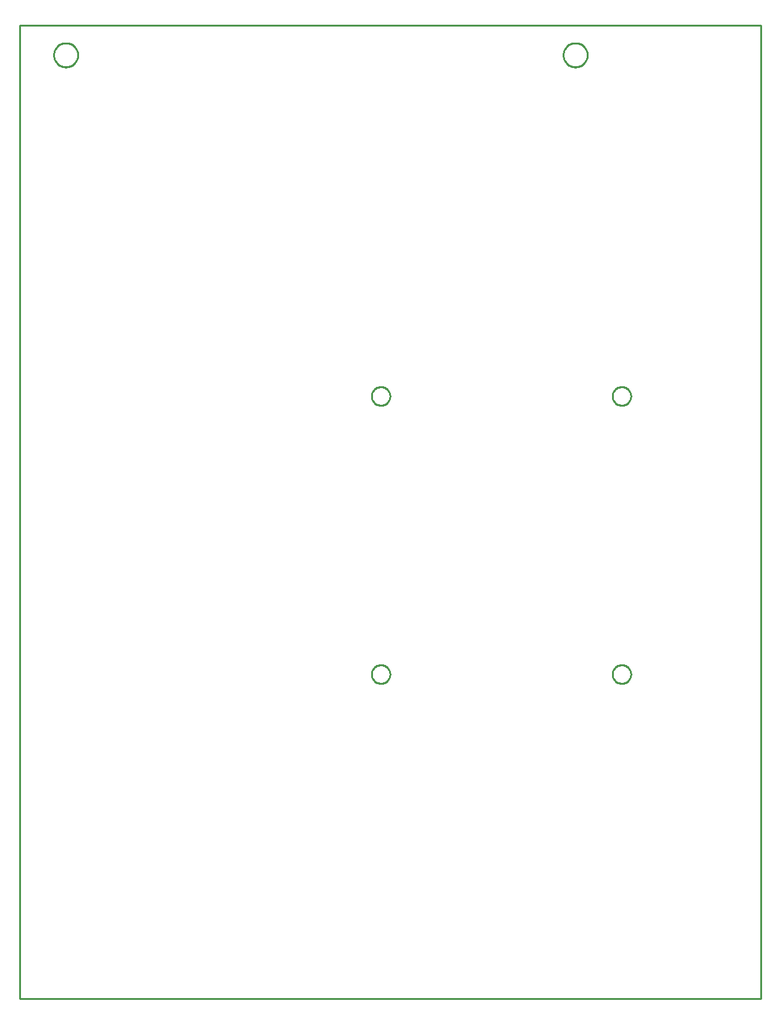
<source format=gko>
G04 EAGLE Gerber RS-274X export*
G75*
%MOMM*%
%FSLAX34Y34*%
%LPD*%
%INBoard Outline*%
%IPPOS*%
%AMOC8*
5,1,8,0,0,1.08239X$1,22.5*%
G01*
%ADD10C,0.000000*%
%ADD11C,0.254000*%


D10*
X723900Y1282700D02*
X723900Y-50800D01*
X1739900Y-50800D01*
X1739900Y1282700D01*
X723900Y1282700D01*
X770890Y1242060D02*
X770895Y1242465D01*
X770910Y1242870D01*
X770935Y1243275D01*
X770970Y1243678D01*
X771014Y1244081D01*
X771069Y1244483D01*
X771133Y1244883D01*
X771207Y1245281D01*
X771291Y1245677D01*
X771385Y1246072D01*
X771488Y1246463D01*
X771601Y1246853D01*
X771723Y1247239D01*
X771855Y1247622D01*
X771996Y1248002D01*
X772147Y1248378D01*
X772306Y1248751D01*
X772475Y1249119D01*
X772653Y1249483D01*
X772839Y1249843D01*
X773035Y1250198D01*
X773239Y1250548D01*
X773451Y1250893D01*
X773672Y1251232D01*
X773902Y1251567D01*
X774139Y1251895D01*
X774384Y1252217D01*
X774638Y1252534D01*
X774898Y1252844D01*
X775167Y1253147D01*
X775443Y1253444D01*
X775726Y1253734D01*
X776016Y1254017D01*
X776313Y1254293D01*
X776616Y1254562D01*
X776926Y1254822D01*
X777243Y1255076D01*
X777565Y1255321D01*
X777893Y1255558D01*
X778228Y1255788D01*
X778567Y1256009D01*
X778912Y1256221D01*
X779262Y1256425D01*
X779617Y1256621D01*
X779977Y1256807D01*
X780341Y1256985D01*
X780709Y1257154D01*
X781082Y1257313D01*
X781458Y1257464D01*
X781838Y1257605D01*
X782221Y1257737D01*
X782607Y1257859D01*
X782997Y1257972D01*
X783388Y1258075D01*
X783783Y1258169D01*
X784179Y1258253D01*
X784577Y1258327D01*
X784977Y1258391D01*
X785379Y1258446D01*
X785782Y1258490D01*
X786185Y1258525D01*
X786590Y1258550D01*
X786995Y1258565D01*
X787400Y1258570D01*
X787805Y1258565D01*
X788210Y1258550D01*
X788615Y1258525D01*
X789018Y1258490D01*
X789421Y1258446D01*
X789823Y1258391D01*
X790223Y1258327D01*
X790621Y1258253D01*
X791017Y1258169D01*
X791412Y1258075D01*
X791803Y1257972D01*
X792193Y1257859D01*
X792579Y1257737D01*
X792962Y1257605D01*
X793342Y1257464D01*
X793718Y1257313D01*
X794091Y1257154D01*
X794459Y1256985D01*
X794823Y1256807D01*
X795183Y1256621D01*
X795538Y1256425D01*
X795888Y1256221D01*
X796233Y1256009D01*
X796572Y1255788D01*
X796907Y1255558D01*
X797235Y1255321D01*
X797557Y1255076D01*
X797874Y1254822D01*
X798184Y1254562D01*
X798487Y1254293D01*
X798784Y1254017D01*
X799074Y1253734D01*
X799357Y1253444D01*
X799633Y1253147D01*
X799902Y1252844D01*
X800162Y1252534D01*
X800416Y1252217D01*
X800661Y1251895D01*
X800898Y1251567D01*
X801128Y1251232D01*
X801349Y1250893D01*
X801561Y1250548D01*
X801765Y1250198D01*
X801961Y1249843D01*
X802147Y1249483D01*
X802325Y1249119D01*
X802494Y1248751D01*
X802653Y1248378D01*
X802804Y1248002D01*
X802945Y1247622D01*
X803077Y1247239D01*
X803199Y1246853D01*
X803312Y1246463D01*
X803415Y1246072D01*
X803509Y1245677D01*
X803593Y1245281D01*
X803667Y1244883D01*
X803731Y1244483D01*
X803786Y1244081D01*
X803830Y1243678D01*
X803865Y1243275D01*
X803890Y1242870D01*
X803905Y1242465D01*
X803910Y1242060D01*
X803905Y1241655D01*
X803890Y1241250D01*
X803865Y1240845D01*
X803830Y1240442D01*
X803786Y1240039D01*
X803731Y1239637D01*
X803667Y1239237D01*
X803593Y1238839D01*
X803509Y1238443D01*
X803415Y1238048D01*
X803312Y1237657D01*
X803199Y1237267D01*
X803077Y1236881D01*
X802945Y1236498D01*
X802804Y1236118D01*
X802653Y1235742D01*
X802494Y1235369D01*
X802325Y1235001D01*
X802147Y1234637D01*
X801961Y1234277D01*
X801765Y1233922D01*
X801561Y1233572D01*
X801349Y1233227D01*
X801128Y1232888D01*
X800898Y1232553D01*
X800661Y1232225D01*
X800416Y1231903D01*
X800162Y1231586D01*
X799902Y1231276D01*
X799633Y1230973D01*
X799357Y1230676D01*
X799074Y1230386D01*
X798784Y1230103D01*
X798487Y1229827D01*
X798184Y1229558D01*
X797874Y1229298D01*
X797557Y1229044D01*
X797235Y1228799D01*
X796907Y1228562D01*
X796572Y1228332D01*
X796233Y1228111D01*
X795888Y1227899D01*
X795538Y1227695D01*
X795183Y1227499D01*
X794823Y1227313D01*
X794459Y1227135D01*
X794091Y1226966D01*
X793718Y1226807D01*
X793342Y1226656D01*
X792962Y1226515D01*
X792579Y1226383D01*
X792193Y1226261D01*
X791803Y1226148D01*
X791412Y1226045D01*
X791017Y1225951D01*
X790621Y1225867D01*
X790223Y1225793D01*
X789823Y1225729D01*
X789421Y1225674D01*
X789018Y1225630D01*
X788615Y1225595D01*
X788210Y1225570D01*
X787805Y1225555D01*
X787400Y1225550D01*
X786995Y1225555D01*
X786590Y1225570D01*
X786185Y1225595D01*
X785782Y1225630D01*
X785379Y1225674D01*
X784977Y1225729D01*
X784577Y1225793D01*
X784179Y1225867D01*
X783783Y1225951D01*
X783388Y1226045D01*
X782997Y1226148D01*
X782607Y1226261D01*
X782221Y1226383D01*
X781838Y1226515D01*
X781458Y1226656D01*
X781082Y1226807D01*
X780709Y1226966D01*
X780341Y1227135D01*
X779977Y1227313D01*
X779617Y1227499D01*
X779262Y1227695D01*
X778912Y1227899D01*
X778567Y1228111D01*
X778228Y1228332D01*
X777893Y1228562D01*
X777565Y1228799D01*
X777243Y1229044D01*
X776926Y1229298D01*
X776616Y1229558D01*
X776313Y1229827D01*
X776016Y1230103D01*
X775726Y1230386D01*
X775443Y1230676D01*
X775167Y1230973D01*
X774898Y1231276D01*
X774638Y1231586D01*
X774384Y1231903D01*
X774139Y1232225D01*
X773902Y1232553D01*
X773672Y1232888D01*
X773451Y1233227D01*
X773239Y1233572D01*
X773035Y1233922D01*
X772839Y1234277D01*
X772653Y1234637D01*
X772475Y1235001D01*
X772306Y1235369D01*
X772147Y1235742D01*
X771996Y1236118D01*
X771855Y1236498D01*
X771723Y1236881D01*
X771601Y1237267D01*
X771488Y1237657D01*
X771385Y1238048D01*
X771291Y1238443D01*
X771207Y1238839D01*
X771133Y1239237D01*
X771069Y1239637D01*
X771014Y1240039D01*
X770970Y1240442D01*
X770935Y1240845D01*
X770910Y1241250D01*
X770895Y1241655D01*
X770890Y1242060D01*
X1206500Y774700D02*
X1206504Y775012D01*
X1206515Y775323D01*
X1206534Y775634D01*
X1206561Y775945D01*
X1206596Y776255D01*
X1206637Y776563D01*
X1206687Y776871D01*
X1206744Y777178D01*
X1206809Y777483D01*
X1206881Y777786D01*
X1206960Y778087D01*
X1207047Y778387D01*
X1207141Y778684D01*
X1207242Y778979D01*
X1207351Y779271D01*
X1207467Y779560D01*
X1207590Y779847D01*
X1207719Y780130D01*
X1207856Y780410D01*
X1208000Y780687D01*
X1208150Y780960D01*
X1208307Y781229D01*
X1208470Y781494D01*
X1208640Y781756D01*
X1208817Y782013D01*
X1208999Y782265D01*
X1209188Y782513D01*
X1209383Y782757D01*
X1209583Y782995D01*
X1209790Y783229D01*
X1210002Y783457D01*
X1210220Y783680D01*
X1210443Y783898D01*
X1210671Y784110D01*
X1210905Y784317D01*
X1211143Y784517D01*
X1211387Y784712D01*
X1211635Y784901D01*
X1211887Y785083D01*
X1212144Y785260D01*
X1212406Y785430D01*
X1212671Y785593D01*
X1212940Y785750D01*
X1213213Y785900D01*
X1213490Y786044D01*
X1213770Y786181D01*
X1214053Y786310D01*
X1214340Y786433D01*
X1214629Y786549D01*
X1214921Y786658D01*
X1215216Y786759D01*
X1215513Y786853D01*
X1215813Y786940D01*
X1216114Y787019D01*
X1216417Y787091D01*
X1216722Y787156D01*
X1217029Y787213D01*
X1217337Y787263D01*
X1217645Y787304D01*
X1217955Y787339D01*
X1218266Y787366D01*
X1218577Y787385D01*
X1218888Y787396D01*
X1219200Y787400D01*
X1219512Y787396D01*
X1219823Y787385D01*
X1220134Y787366D01*
X1220445Y787339D01*
X1220755Y787304D01*
X1221063Y787263D01*
X1221371Y787213D01*
X1221678Y787156D01*
X1221983Y787091D01*
X1222286Y787019D01*
X1222587Y786940D01*
X1222887Y786853D01*
X1223184Y786759D01*
X1223479Y786658D01*
X1223771Y786549D01*
X1224060Y786433D01*
X1224347Y786310D01*
X1224630Y786181D01*
X1224910Y786044D01*
X1225187Y785900D01*
X1225460Y785750D01*
X1225729Y785593D01*
X1225994Y785430D01*
X1226256Y785260D01*
X1226513Y785083D01*
X1226765Y784901D01*
X1227013Y784712D01*
X1227257Y784517D01*
X1227495Y784317D01*
X1227729Y784110D01*
X1227957Y783898D01*
X1228180Y783680D01*
X1228398Y783457D01*
X1228610Y783229D01*
X1228817Y782995D01*
X1229017Y782757D01*
X1229212Y782513D01*
X1229401Y782265D01*
X1229583Y782013D01*
X1229760Y781756D01*
X1229930Y781494D01*
X1230093Y781229D01*
X1230250Y780960D01*
X1230400Y780687D01*
X1230544Y780410D01*
X1230681Y780130D01*
X1230810Y779847D01*
X1230933Y779560D01*
X1231049Y779271D01*
X1231158Y778979D01*
X1231259Y778684D01*
X1231353Y778387D01*
X1231440Y778087D01*
X1231519Y777786D01*
X1231591Y777483D01*
X1231656Y777178D01*
X1231713Y776871D01*
X1231763Y776563D01*
X1231804Y776255D01*
X1231839Y775945D01*
X1231866Y775634D01*
X1231885Y775323D01*
X1231896Y775012D01*
X1231900Y774700D01*
X1231896Y774388D01*
X1231885Y774077D01*
X1231866Y773766D01*
X1231839Y773455D01*
X1231804Y773145D01*
X1231763Y772837D01*
X1231713Y772529D01*
X1231656Y772222D01*
X1231591Y771917D01*
X1231519Y771614D01*
X1231440Y771313D01*
X1231353Y771013D01*
X1231259Y770716D01*
X1231158Y770421D01*
X1231049Y770129D01*
X1230933Y769840D01*
X1230810Y769553D01*
X1230681Y769270D01*
X1230544Y768990D01*
X1230400Y768713D01*
X1230250Y768440D01*
X1230093Y768171D01*
X1229930Y767906D01*
X1229760Y767644D01*
X1229583Y767387D01*
X1229401Y767135D01*
X1229212Y766887D01*
X1229017Y766643D01*
X1228817Y766405D01*
X1228610Y766171D01*
X1228398Y765943D01*
X1228180Y765720D01*
X1227957Y765502D01*
X1227729Y765290D01*
X1227495Y765083D01*
X1227257Y764883D01*
X1227013Y764688D01*
X1226765Y764499D01*
X1226513Y764317D01*
X1226256Y764140D01*
X1225994Y763970D01*
X1225729Y763807D01*
X1225460Y763650D01*
X1225187Y763500D01*
X1224910Y763356D01*
X1224630Y763219D01*
X1224347Y763090D01*
X1224060Y762967D01*
X1223771Y762851D01*
X1223479Y762742D01*
X1223184Y762641D01*
X1222887Y762547D01*
X1222587Y762460D01*
X1222286Y762381D01*
X1221983Y762309D01*
X1221678Y762244D01*
X1221371Y762187D01*
X1221063Y762137D01*
X1220755Y762096D01*
X1220445Y762061D01*
X1220134Y762034D01*
X1219823Y762015D01*
X1219512Y762004D01*
X1219200Y762000D01*
X1218888Y762004D01*
X1218577Y762015D01*
X1218266Y762034D01*
X1217955Y762061D01*
X1217645Y762096D01*
X1217337Y762137D01*
X1217029Y762187D01*
X1216722Y762244D01*
X1216417Y762309D01*
X1216114Y762381D01*
X1215813Y762460D01*
X1215513Y762547D01*
X1215216Y762641D01*
X1214921Y762742D01*
X1214629Y762851D01*
X1214340Y762967D01*
X1214053Y763090D01*
X1213770Y763219D01*
X1213490Y763356D01*
X1213213Y763500D01*
X1212940Y763650D01*
X1212671Y763807D01*
X1212406Y763970D01*
X1212144Y764140D01*
X1211887Y764317D01*
X1211635Y764499D01*
X1211387Y764688D01*
X1211143Y764883D01*
X1210905Y765083D01*
X1210671Y765290D01*
X1210443Y765502D01*
X1210220Y765720D01*
X1210002Y765943D01*
X1209790Y766171D01*
X1209583Y766405D01*
X1209383Y766643D01*
X1209188Y766887D01*
X1208999Y767135D01*
X1208817Y767387D01*
X1208640Y767644D01*
X1208470Y767906D01*
X1208307Y768171D01*
X1208150Y768440D01*
X1208000Y768713D01*
X1207856Y768990D01*
X1207719Y769270D01*
X1207590Y769553D01*
X1207467Y769840D01*
X1207351Y770129D01*
X1207242Y770421D01*
X1207141Y770716D01*
X1207047Y771013D01*
X1206960Y771313D01*
X1206881Y771614D01*
X1206809Y771917D01*
X1206744Y772222D01*
X1206687Y772529D01*
X1206637Y772837D01*
X1206596Y773145D01*
X1206561Y773455D01*
X1206534Y773766D01*
X1206515Y774077D01*
X1206504Y774388D01*
X1206500Y774700D01*
X1536700Y774700D02*
X1536704Y775012D01*
X1536715Y775323D01*
X1536734Y775634D01*
X1536761Y775945D01*
X1536796Y776255D01*
X1536837Y776563D01*
X1536887Y776871D01*
X1536944Y777178D01*
X1537009Y777483D01*
X1537081Y777786D01*
X1537160Y778087D01*
X1537247Y778387D01*
X1537341Y778684D01*
X1537442Y778979D01*
X1537551Y779271D01*
X1537667Y779560D01*
X1537790Y779847D01*
X1537919Y780130D01*
X1538056Y780410D01*
X1538200Y780687D01*
X1538350Y780960D01*
X1538507Y781229D01*
X1538670Y781494D01*
X1538840Y781756D01*
X1539017Y782013D01*
X1539199Y782265D01*
X1539388Y782513D01*
X1539583Y782757D01*
X1539783Y782995D01*
X1539990Y783229D01*
X1540202Y783457D01*
X1540420Y783680D01*
X1540643Y783898D01*
X1540871Y784110D01*
X1541105Y784317D01*
X1541343Y784517D01*
X1541587Y784712D01*
X1541835Y784901D01*
X1542087Y785083D01*
X1542344Y785260D01*
X1542606Y785430D01*
X1542871Y785593D01*
X1543140Y785750D01*
X1543413Y785900D01*
X1543690Y786044D01*
X1543970Y786181D01*
X1544253Y786310D01*
X1544540Y786433D01*
X1544829Y786549D01*
X1545121Y786658D01*
X1545416Y786759D01*
X1545713Y786853D01*
X1546013Y786940D01*
X1546314Y787019D01*
X1546617Y787091D01*
X1546922Y787156D01*
X1547229Y787213D01*
X1547537Y787263D01*
X1547845Y787304D01*
X1548155Y787339D01*
X1548466Y787366D01*
X1548777Y787385D01*
X1549088Y787396D01*
X1549400Y787400D01*
X1549712Y787396D01*
X1550023Y787385D01*
X1550334Y787366D01*
X1550645Y787339D01*
X1550955Y787304D01*
X1551263Y787263D01*
X1551571Y787213D01*
X1551878Y787156D01*
X1552183Y787091D01*
X1552486Y787019D01*
X1552787Y786940D01*
X1553087Y786853D01*
X1553384Y786759D01*
X1553679Y786658D01*
X1553971Y786549D01*
X1554260Y786433D01*
X1554547Y786310D01*
X1554830Y786181D01*
X1555110Y786044D01*
X1555387Y785900D01*
X1555660Y785750D01*
X1555929Y785593D01*
X1556194Y785430D01*
X1556456Y785260D01*
X1556713Y785083D01*
X1556965Y784901D01*
X1557213Y784712D01*
X1557457Y784517D01*
X1557695Y784317D01*
X1557929Y784110D01*
X1558157Y783898D01*
X1558380Y783680D01*
X1558598Y783457D01*
X1558810Y783229D01*
X1559017Y782995D01*
X1559217Y782757D01*
X1559412Y782513D01*
X1559601Y782265D01*
X1559783Y782013D01*
X1559960Y781756D01*
X1560130Y781494D01*
X1560293Y781229D01*
X1560450Y780960D01*
X1560600Y780687D01*
X1560744Y780410D01*
X1560881Y780130D01*
X1561010Y779847D01*
X1561133Y779560D01*
X1561249Y779271D01*
X1561358Y778979D01*
X1561459Y778684D01*
X1561553Y778387D01*
X1561640Y778087D01*
X1561719Y777786D01*
X1561791Y777483D01*
X1561856Y777178D01*
X1561913Y776871D01*
X1561963Y776563D01*
X1562004Y776255D01*
X1562039Y775945D01*
X1562066Y775634D01*
X1562085Y775323D01*
X1562096Y775012D01*
X1562100Y774700D01*
X1562096Y774388D01*
X1562085Y774077D01*
X1562066Y773766D01*
X1562039Y773455D01*
X1562004Y773145D01*
X1561963Y772837D01*
X1561913Y772529D01*
X1561856Y772222D01*
X1561791Y771917D01*
X1561719Y771614D01*
X1561640Y771313D01*
X1561553Y771013D01*
X1561459Y770716D01*
X1561358Y770421D01*
X1561249Y770129D01*
X1561133Y769840D01*
X1561010Y769553D01*
X1560881Y769270D01*
X1560744Y768990D01*
X1560600Y768713D01*
X1560450Y768440D01*
X1560293Y768171D01*
X1560130Y767906D01*
X1559960Y767644D01*
X1559783Y767387D01*
X1559601Y767135D01*
X1559412Y766887D01*
X1559217Y766643D01*
X1559017Y766405D01*
X1558810Y766171D01*
X1558598Y765943D01*
X1558380Y765720D01*
X1558157Y765502D01*
X1557929Y765290D01*
X1557695Y765083D01*
X1557457Y764883D01*
X1557213Y764688D01*
X1556965Y764499D01*
X1556713Y764317D01*
X1556456Y764140D01*
X1556194Y763970D01*
X1555929Y763807D01*
X1555660Y763650D01*
X1555387Y763500D01*
X1555110Y763356D01*
X1554830Y763219D01*
X1554547Y763090D01*
X1554260Y762967D01*
X1553971Y762851D01*
X1553679Y762742D01*
X1553384Y762641D01*
X1553087Y762547D01*
X1552787Y762460D01*
X1552486Y762381D01*
X1552183Y762309D01*
X1551878Y762244D01*
X1551571Y762187D01*
X1551263Y762137D01*
X1550955Y762096D01*
X1550645Y762061D01*
X1550334Y762034D01*
X1550023Y762015D01*
X1549712Y762004D01*
X1549400Y762000D01*
X1549088Y762004D01*
X1548777Y762015D01*
X1548466Y762034D01*
X1548155Y762061D01*
X1547845Y762096D01*
X1547537Y762137D01*
X1547229Y762187D01*
X1546922Y762244D01*
X1546617Y762309D01*
X1546314Y762381D01*
X1546013Y762460D01*
X1545713Y762547D01*
X1545416Y762641D01*
X1545121Y762742D01*
X1544829Y762851D01*
X1544540Y762967D01*
X1544253Y763090D01*
X1543970Y763219D01*
X1543690Y763356D01*
X1543413Y763500D01*
X1543140Y763650D01*
X1542871Y763807D01*
X1542606Y763970D01*
X1542344Y764140D01*
X1542087Y764317D01*
X1541835Y764499D01*
X1541587Y764688D01*
X1541343Y764883D01*
X1541105Y765083D01*
X1540871Y765290D01*
X1540643Y765502D01*
X1540420Y765720D01*
X1540202Y765943D01*
X1539990Y766171D01*
X1539783Y766405D01*
X1539583Y766643D01*
X1539388Y766887D01*
X1539199Y767135D01*
X1539017Y767387D01*
X1538840Y767644D01*
X1538670Y767906D01*
X1538507Y768171D01*
X1538350Y768440D01*
X1538200Y768713D01*
X1538056Y768990D01*
X1537919Y769270D01*
X1537790Y769553D01*
X1537667Y769840D01*
X1537551Y770129D01*
X1537442Y770421D01*
X1537341Y770716D01*
X1537247Y771013D01*
X1537160Y771313D01*
X1537081Y771614D01*
X1537009Y771917D01*
X1536944Y772222D01*
X1536887Y772529D01*
X1536837Y772837D01*
X1536796Y773145D01*
X1536761Y773455D01*
X1536734Y773766D01*
X1536715Y774077D01*
X1536704Y774388D01*
X1536700Y774700D01*
X1206500Y393700D02*
X1206504Y394012D01*
X1206515Y394323D01*
X1206534Y394634D01*
X1206561Y394945D01*
X1206596Y395255D01*
X1206637Y395563D01*
X1206687Y395871D01*
X1206744Y396178D01*
X1206809Y396483D01*
X1206881Y396786D01*
X1206960Y397087D01*
X1207047Y397387D01*
X1207141Y397684D01*
X1207242Y397979D01*
X1207351Y398271D01*
X1207467Y398560D01*
X1207590Y398847D01*
X1207719Y399130D01*
X1207856Y399410D01*
X1208000Y399687D01*
X1208150Y399960D01*
X1208307Y400229D01*
X1208470Y400494D01*
X1208640Y400756D01*
X1208817Y401013D01*
X1208999Y401265D01*
X1209188Y401513D01*
X1209383Y401757D01*
X1209583Y401995D01*
X1209790Y402229D01*
X1210002Y402457D01*
X1210220Y402680D01*
X1210443Y402898D01*
X1210671Y403110D01*
X1210905Y403317D01*
X1211143Y403517D01*
X1211387Y403712D01*
X1211635Y403901D01*
X1211887Y404083D01*
X1212144Y404260D01*
X1212406Y404430D01*
X1212671Y404593D01*
X1212940Y404750D01*
X1213213Y404900D01*
X1213490Y405044D01*
X1213770Y405181D01*
X1214053Y405310D01*
X1214340Y405433D01*
X1214629Y405549D01*
X1214921Y405658D01*
X1215216Y405759D01*
X1215513Y405853D01*
X1215813Y405940D01*
X1216114Y406019D01*
X1216417Y406091D01*
X1216722Y406156D01*
X1217029Y406213D01*
X1217337Y406263D01*
X1217645Y406304D01*
X1217955Y406339D01*
X1218266Y406366D01*
X1218577Y406385D01*
X1218888Y406396D01*
X1219200Y406400D01*
X1219512Y406396D01*
X1219823Y406385D01*
X1220134Y406366D01*
X1220445Y406339D01*
X1220755Y406304D01*
X1221063Y406263D01*
X1221371Y406213D01*
X1221678Y406156D01*
X1221983Y406091D01*
X1222286Y406019D01*
X1222587Y405940D01*
X1222887Y405853D01*
X1223184Y405759D01*
X1223479Y405658D01*
X1223771Y405549D01*
X1224060Y405433D01*
X1224347Y405310D01*
X1224630Y405181D01*
X1224910Y405044D01*
X1225187Y404900D01*
X1225460Y404750D01*
X1225729Y404593D01*
X1225994Y404430D01*
X1226256Y404260D01*
X1226513Y404083D01*
X1226765Y403901D01*
X1227013Y403712D01*
X1227257Y403517D01*
X1227495Y403317D01*
X1227729Y403110D01*
X1227957Y402898D01*
X1228180Y402680D01*
X1228398Y402457D01*
X1228610Y402229D01*
X1228817Y401995D01*
X1229017Y401757D01*
X1229212Y401513D01*
X1229401Y401265D01*
X1229583Y401013D01*
X1229760Y400756D01*
X1229930Y400494D01*
X1230093Y400229D01*
X1230250Y399960D01*
X1230400Y399687D01*
X1230544Y399410D01*
X1230681Y399130D01*
X1230810Y398847D01*
X1230933Y398560D01*
X1231049Y398271D01*
X1231158Y397979D01*
X1231259Y397684D01*
X1231353Y397387D01*
X1231440Y397087D01*
X1231519Y396786D01*
X1231591Y396483D01*
X1231656Y396178D01*
X1231713Y395871D01*
X1231763Y395563D01*
X1231804Y395255D01*
X1231839Y394945D01*
X1231866Y394634D01*
X1231885Y394323D01*
X1231896Y394012D01*
X1231900Y393700D01*
X1231896Y393388D01*
X1231885Y393077D01*
X1231866Y392766D01*
X1231839Y392455D01*
X1231804Y392145D01*
X1231763Y391837D01*
X1231713Y391529D01*
X1231656Y391222D01*
X1231591Y390917D01*
X1231519Y390614D01*
X1231440Y390313D01*
X1231353Y390013D01*
X1231259Y389716D01*
X1231158Y389421D01*
X1231049Y389129D01*
X1230933Y388840D01*
X1230810Y388553D01*
X1230681Y388270D01*
X1230544Y387990D01*
X1230400Y387713D01*
X1230250Y387440D01*
X1230093Y387171D01*
X1229930Y386906D01*
X1229760Y386644D01*
X1229583Y386387D01*
X1229401Y386135D01*
X1229212Y385887D01*
X1229017Y385643D01*
X1228817Y385405D01*
X1228610Y385171D01*
X1228398Y384943D01*
X1228180Y384720D01*
X1227957Y384502D01*
X1227729Y384290D01*
X1227495Y384083D01*
X1227257Y383883D01*
X1227013Y383688D01*
X1226765Y383499D01*
X1226513Y383317D01*
X1226256Y383140D01*
X1225994Y382970D01*
X1225729Y382807D01*
X1225460Y382650D01*
X1225187Y382500D01*
X1224910Y382356D01*
X1224630Y382219D01*
X1224347Y382090D01*
X1224060Y381967D01*
X1223771Y381851D01*
X1223479Y381742D01*
X1223184Y381641D01*
X1222887Y381547D01*
X1222587Y381460D01*
X1222286Y381381D01*
X1221983Y381309D01*
X1221678Y381244D01*
X1221371Y381187D01*
X1221063Y381137D01*
X1220755Y381096D01*
X1220445Y381061D01*
X1220134Y381034D01*
X1219823Y381015D01*
X1219512Y381004D01*
X1219200Y381000D01*
X1218888Y381004D01*
X1218577Y381015D01*
X1218266Y381034D01*
X1217955Y381061D01*
X1217645Y381096D01*
X1217337Y381137D01*
X1217029Y381187D01*
X1216722Y381244D01*
X1216417Y381309D01*
X1216114Y381381D01*
X1215813Y381460D01*
X1215513Y381547D01*
X1215216Y381641D01*
X1214921Y381742D01*
X1214629Y381851D01*
X1214340Y381967D01*
X1214053Y382090D01*
X1213770Y382219D01*
X1213490Y382356D01*
X1213213Y382500D01*
X1212940Y382650D01*
X1212671Y382807D01*
X1212406Y382970D01*
X1212144Y383140D01*
X1211887Y383317D01*
X1211635Y383499D01*
X1211387Y383688D01*
X1211143Y383883D01*
X1210905Y384083D01*
X1210671Y384290D01*
X1210443Y384502D01*
X1210220Y384720D01*
X1210002Y384943D01*
X1209790Y385171D01*
X1209583Y385405D01*
X1209383Y385643D01*
X1209188Y385887D01*
X1208999Y386135D01*
X1208817Y386387D01*
X1208640Y386644D01*
X1208470Y386906D01*
X1208307Y387171D01*
X1208150Y387440D01*
X1208000Y387713D01*
X1207856Y387990D01*
X1207719Y388270D01*
X1207590Y388553D01*
X1207467Y388840D01*
X1207351Y389129D01*
X1207242Y389421D01*
X1207141Y389716D01*
X1207047Y390013D01*
X1206960Y390313D01*
X1206881Y390614D01*
X1206809Y390917D01*
X1206744Y391222D01*
X1206687Y391529D01*
X1206637Y391837D01*
X1206596Y392145D01*
X1206561Y392455D01*
X1206534Y392766D01*
X1206515Y393077D01*
X1206504Y393388D01*
X1206500Y393700D01*
X1536700Y393700D02*
X1536704Y394012D01*
X1536715Y394323D01*
X1536734Y394634D01*
X1536761Y394945D01*
X1536796Y395255D01*
X1536837Y395563D01*
X1536887Y395871D01*
X1536944Y396178D01*
X1537009Y396483D01*
X1537081Y396786D01*
X1537160Y397087D01*
X1537247Y397387D01*
X1537341Y397684D01*
X1537442Y397979D01*
X1537551Y398271D01*
X1537667Y398560D01*
X1537790Y398847D01*
X1537919Y399130D01*
X1538056Y399410D01*
X1538200Y399687D01*
X1538350Y399960D01*
X1538507Y400229D01*
X1538670Y400494D01*
X1538840Y400756D01*
X1539017Y401013D01*
X1539199Y401265D01*
X1539388Y401513D01*
X1539583Y401757D01*
X1539783Y401995D01*
X1539990Y402229D01*
X1540202Y402457D01*
X1540420Y402680D01*
X1540643Y402898D01*
X1540871Y403110D01*
X1541105Y403317D01*
X1541343Y403517D01*
X1541587Y403712D01*
X1541835Y403901D01*
X1542087Y404083D01*
X1542344Y404260D01*
X1542606Y404430D01*
X1542871Y404593D01*
X1543140Y404750D01*
X1543413Y404900D01*
X1543690Y405044D01*
X1543970Y405181D01*
X1544253Y405310D01*
X1544540Y405433D01*
X1544829Y405549D01*
X1545121Y405658D01*
X1545416Y405759D01*
X1545713Y405853D01*
X1546013Y405940D01*
X1546314Y406019D01*
X1546617Y406091D01*
X1546922Y406156D01*
X1547229Y406213D01*
X1547537Y406263D01*
X1547845Y406304D01*
X1548155Y406339D01*
X1548466Y406366D01*
X1548777Y406385D01*
X1549088Y406396D01*
X1549400Y406400D01*
X1549712Y406396D01*
X1550023Y406385D01*
X1550334Y406366D01*
X1550645Y406339D01*
X1550955Y406304D01*
X1551263Y406263D01*
X1551571Y406213D01*
X1551878Y406156D01*
X1552183Y406091D01*
X1552486Y406019D01*
X1552787Y405940D01*
X1553087Y405853D01*
X1553384Y405759D01*
X1553679Y405658D01*
X1553971Y405549D01*
X1554260Y405433D01*
X1554547Y405310D01*
X1554830Y405181D01*
X1555110Y405044D01*
X1555387Y404900D01*
X1555660Y404750D01*
X1555929Y404593D01*
X1556194Y404430D01*
X1556456Y404260D01*
X1556713Y404083D01*
X1556965Y403901D01*
X1557213Y403712D01*
X1557457Y403517D01*
X1557695Y403317D01*
X1557929Y403110D01*
X1558157Y402898D01*
X1558380Y402680D01*
X1558598Y402457D01*
X1558810Y402229D01*
X1559017Y401995D01*
X1559217Y401757D01*
X1559412Y401513D01*
X1559601Y401265D01*
X1559783Y401013D01*
X1559960Y400756D01*
X1560130Y400494D01*
X1560293Y400229D01*
X1560450Y399960D01*
X1560600Y399687D01*
X1560744Y399410D01*
X1560881Y399130D01*
X1561010Y398847D01*
X1561133Y398560D01*
X1561249Y398271D01*
X1561358Y397979D01*
X1561459Y397684D01*
X1561553Y397387D01*
X1561640Y397087D01*
X1561719Y396786D01*
X1561791Y396483D01*
X1561856Y396178D01*
X1561913Y395871D01*
X1561963Y395563D01*
X1562004Y395255D01*
X1562039Y394945D01*
X1562066Y394634D01*
X1562085Y394323D01*
X1562096Y394012D01*
X1562100Y393700D01*
X1562096Y393388D01*
X1562085Y393077D01*
X1562066Y392766D01*
X1562039Y392455D01*
X1562004Y392145D01*
X1561963Y391837D01*
X1561913Y391529D01*
X1561856Y391222D01*
X1561791Y390917D01*
X1561719Y390614D01*
X1561640Y390313D01*
X1561553Y390013D01*
X1561459Y389716D01*
X1561358Y389421D01*
X1561249Y389129D01*
X1561133Y388840D01*
X1561010Y388553D01*
X1560881Y388270D01*
X1560744Y387990D01*
X1560600Y387713D01*
X1560450Y387440D01*
X1560293Y387171D01*
X1560130Y386906D01*
X1559960Y386644D01*
X1559783Y386387D01*
X1559601Y386135D01*
X1559412Y385887D01*
X1559217Y385643D01*
X1559017Y385405D01*
X1558810Y385171D01*
X1558598Y384943D01*
X1558380Y384720D01*
X1558157Y384502D01*
X1557929Y384290D01*
X1557695Y384083D01*
X1557457Y383883D01*
X1557213Y383688D01*
X1556965Y383499D01*
X1556713Y383317D01*
X1556456Y383140D01*
X1556194Y382970D01*
X1555929Y382807D01*
X1555660Y382650D01*
X1555387Y382500D01*
X1555110Y382356D01*
X1554830Y382219D01*
X1554547Y382090D01*
X1554260Y381967D01*
X1553971Y381851D01*
X1553679Y381742D01*
X1553384Y381641D01*
X1553087Y381547D01*
X1552787Y381460D01*
X1552486Y381381D01*
X1552183Y381309D01*
X1551878Y381244D01*
X1551571Y381187D01*
X1551263Y381137D01*
X1550955Y381096D01*
X1550645Y381061D01*
X1550334Y381034D01*
X1550023Y381015D01*
X1549712Y381004D01*
X1549400Y381000D01*
X1549088Y381004D01*
X1548777Y381015D01*
X1548466Y381034D01*
X1548155Y381061D01*
X1547845Y381096D01*
X1547537Y381137D01*
X1547229Y381187D01*
X1546922Y381244D01*
X1546617Y381309D01*
X1546314Y381381D01*
X1546013Y381460D01*
X1545713Y381547D01*
X1545416Y381641D01*
X1545121Y381742D01*
X1544829Y381851D01*
X1544540Y381967D01*
X1544253Y382090D01*
X1543970Y382219D01*
X1543690Y382356D01*
X1543413Y382500D01*
X1543140Y382650D01*
X1542871Y382807D01*
X1542606Y382970D01*
X1542344Y383140D01*
X1542087Y383317D01*
X1541835Y383499D01*
X1541587Y383688D01*
X1541343Y383883D01*
X1541105Y384083D01*
X1540871Y384290D01*
X1540643Y384502D01*
X1540420Y384720D01*
X1540202Y384943D01*
X1539990Y385171D01*
X1539783Y385405D01*
X1539583Y385643D01*
X1539388Y385887D01*
X1539199Y386135D01*
X1539017Y386387D01*
X1538840Y386644D01*
X1538670Y386906D01*
X1538507Y387171D01*
X1538350Y387440D01*
X1538200Y387713D01*
X1538056Y387990D01*
X1537919Y388270D01*
X1537790Y388553D01*
X1537667Y388840D01*
X1537551Y389129D01*
X1537442Y389421D01*
X1537341Y389716D01*
X1537247Y390013D01*
X1537160Y390313D01*
X1537081Y390614D01*
X1537009Y390917D01*
X1536944Y391222D01*
X1536887Y391529D01*
X1536837Y391837D01*
X1536796Y392145D01*
X1536761Y392455D01*
X1536734Y392766D01*
X1536715Y393077D01*
X1536704Y393388D01*
X1536700Y393700D01*
X1469390Y1242060D02*
X1469395Y1242465D01*
X1469410Y1242870D01*
X1469435Y1243275D01*
X1469470Y1243678D01*
X1469514Y1244081D01*
X1469569Y1244483D01*
X1469633Y1244883D01*
X1469707Y1245281D01*
X1469791Y1245677D01*
X1469885Y1246072D01*
X1469988Y1246463D01*
X1470101Y1246853D01*
X1470223Y1247239D01*
X1470355Y1247622D01*
X1470496Y1248002D01*
X1470647Y1248378D01*
X1470806Y1248751D01*
X1470975Y1249119D01*
X1471153Y1249483D01*
X1471339Y1249843D01*
X1471535Y1250198D01*
X1471739Y1250548D01*
X1471951Y1250893D01*
X1472172Y1251232D01*
X1472402Y1251567D01*
X1472639Y1251895D01*
X1472884Y1252217D01*
X1473138Y1252534D01*
X1473398Y1252844D01*
X1473667Y1253147D01*
X1473943Y1253444D01*
X1474226Y1253734D01*
X1474516Y1254017D01*
X1474813Y1254293D01*
X1475116Y1254562D01*
X1475426Y1254822D01*
X1475743Y1255076D01*
X1476065Y1255321D01*
X1476393Y1255558D01*
X1476728Y1255788D01*
X1477067Y1256009D01*
X1477412Y1256221D01*
X1477762Y1256425D01*
X1478117Y1256621D01*
X1478477Y1256807D01*
X1478841Y1256985D01*
X1479209Y1257154D01*
X1479582Y1257313D01*
X1479958Y1257464D01*
X1480338Y1257605D01*
X1480721Y1257737D01*
X1481107Y1257859D01*
X1481497Y1257972D01*
X1481888Y1258075D01*
X1482283Y1258169D01*
X1482679Y1258253D01*
X1483077Y1258327D01*
X1483477Y1258391D01*
X1483879Y1258446D01*
X1484282Y1258490D01*
X1484685Y1258525D01*
X1485090Y1258550D01*
X1485495Y1258565D01*
X1485900Y1258570D01*
X1486305Y1258565D01*
X1486710Y1258550D01*
X1487115Y1258525D01*
X1487518Y1258490D01*
X1487921Y1258446D01*
X1488323Y1258391D01*
X1488723Y1258327D01*
X1489121Y1258253D01*
X1489517Y1258169D01*
X1489912Y1258075D01*
X1490303Y1257972D01*
X1490693Y1257859D01*
X1491079Y1257737D01*
X1491462Y1257605D01*
X1491842Y1257464D01*
X1492218Y1257313D01*
X1492591Y1257154D01*
X1492959Y1256985D01*
X1493323Y1256807D01*
X1493683Y1256621D01*
X1494038Y1256425D01*
X1494388Y1256221D01*
X1494733Y1256009D01*
X1495072Y1255788D01*
X1495407Y1255558D01*
X1495735Y1255321D01*
X1496057Y1255076D01*
X1496374Y1254822D01*
X1496684Y1254562D01*
X1496987Y1254293D01*
X1497284Y1254017D01*
X1497574Y1253734D01*
X1497857Y1253444D01*
X1498133Y1253147D01*
X1498402Y1252844D01*
X1498662Y1252534D01*
X1498916Y1252217D01*
X1499161Y1251895D01*
X1499398Y1251567D01*
X1499628Y1251232D01*
X1499849Y1250893D01*
X1500061Y1250548D01*
X1500265Y1250198D01*
X1500461Y1249843D01*
X1500647Y1249483D01*
X1500825Y1249119D01*
X1500994Y1248751D01*
X1501153Y1248378D01*
X1501304Y1248002D01*
X1501445Y1247622D01*
X1501577Y1247239D01*
X1501699Y1246853D01*
X1501812Y1246463D01*
X1501915Y1246072D01*
X1502009Y1245677D01*
X1502093Y1245281D01*
X1502167Y1244883D01*
X1502231Y1244483D01*
X1502286Y1244081D01*
X1502330Y1243678D01*
X1502365Y1243275D01*
X1502390Y1242870D01*
X1502405Y1242465D01*
X1502410Y1242060D01*
X1502405Y1241655D01*
X1502390Y1241250D01*
X1502365Y1240845D01*
X1502330Y1240442D01*
X1502286Y1240039D01*
X1502231Y1239637D01*
X1502167Y1239237D01*
X1502093Y1238839D01*
X1502009Y1238443D01*
X1501915Y1238048D01*
X1501812Y1237657D01*
X1501699Y1237267D01*
X1501577Y1236881D01*
X1501445Y1236498D01*
X1501304Y1236118D01*
X1501153Y1235742D01*
X1500994Y1235369D01*
X1500825Y1235001D01*
X1500647Y1234637D01*
X1500461Y1234277D01*
X1500265Y1233922D01*
X1500061Y1233572D01*
X1499849Y1233227D01*
X1499628Y1232888D01*
X1499398Y1232553D01*
X1499161Y1232225D01*
X1498916Y1231903D01*
X1498662Y1231586D01*
X1498402Y1231276D01*
X1498133Y1230973D01*
X1497857Y1230676D01*
X1497574Y1230386D01*
X1497284Y1230103D01*
X1496987Y1229827D01*
X1496684Y1229558D01*
X1496374Y1229298D01*
X1496057Y1229044D01*
X1495735Y1228799D01*
X1495407Y1228562D01*
X1495072Y1228332D01*
X1494733Y1228111D01*
X1494388Y1227899D01*
X1494038Y1227695D01*
X1493683Y1227499D01*
X1493323Y1227313D01*
X1492959Y1227135D01*
X1492591Y1226966D01*
X1492218Y1226807D01*
X1491842Y1226656D01*
X1491462Y1226515D01*
X1491079Y1226383D01*
X1490693Y1226261D01*
X1490303Y1226148D01*
X1489912Y1226045D01*
X1489517Y1225951D01*
X1489121Y1225867D01*
X1488723Y1225793D01*
X1488323Y1225729D01*
X1487921Y1225674D01*
X1487518Y1225630D01*
X1487115Y1225595D01*
X1486710Y1225570D01*
X1486305Y1225555D01*
X1485900Y1225550D01*
X1485495Y1225555D01*
X1485090Y1225570D01*
X1484685Y1225595D01*
X1484282Y1225630D01*
X1483879Y1225674D01*
X1483477Y1225729D01*
X1483077Y1225793D01*
X1482679Y1225867D01*
X1482283Y1225951D01*
X1481888Y1226045D01*
X1481497Y1226148D01*
X1481107Y1226261D01*
X1480721Y1226383D01*
X1480338Y1226515D01*
X1479958Y1226656D01*
X1479582Y1226807D01*
X1479209Y1226966D01*
X1478841Y1227135D01*
X1478477Y1227313D01*
X1478117Y1227499D01*
X1477762Y1227695D01*
X1477412Y1227899D01*
X1477067Y1228111D01*
X1476728Y1228332D01*
X1476393Y1228562D01*
X1476065Y1228799D01*
X1475743Y1229044D01*
X1475426Y1229298D01*
X1475116Y1229558D01*
X1474813Y1229827D01*
X1474516Y1230103D01*
X1474226Y1230386D01*
X1473943Y1230676D01*
X1473667Y1230973D01*
X1473398Y1231276D01*
X1473138Y1231586D01*
X1472884Y1231903D01*
X1472639Y1232225D01*
X1472402Y1232553D01*
X1472172Y1232888D01*
X1471951Y1233227D01*
X1471739Y1233572D01*
X1471535Y1233922D01*
X1471339Y1234277D01*
X1471153Y1234637D01*
X1470975Y1235001D01*
X1470806Y1235369D01*
X1470647Y1235742D01*
X1470496Y1236118D01*
X1470355Y1236498D01*
X1470223Y1236881D01*
X1470101Y1237267D01*
X1469988Y1237657D01*
X1469885Y1238048D01*
X1469791Y1238443D01*
X1469707Y1238839D01*
X1469633Y1239237D01*
X1469569Y1239637D01*
X1469514Y1240039D01*
X1469470Y1240442D01*
X1469435Y1240845D01*
X1469410Y1241250D01*
X1469395Y1241655D01*
X1469390Y1242060D01*
D11*
X723900Y-50800D02*
X1739900Y-50800D01*
X1739900Y1282700D01*
X723900Y1282700D01*
X723900Y-50800D01*
X803910Y1241520D02*
X803839Y1240441D01*
X803698Y1239369D01*
X803487Y1238309D01*
X803208Y1237265D01*
X802860Y1236241D01*
X802446Y1235243D01*
X801968Y1234273D01*
X801428Y1233337D01*
X800827Y1232438D01*
X800169Y1231581D01*
X799457Y1230768D01*
X798692Y1230004D01*
X797879Y1229291D01*
X797022Y1228633D01*
X796123Y1228032D01*
X795187Y1227492D01*
X794217Y1227014D01*
X793219Y1226600D01*
X792195Y1226252D01*
X791151Y1225973D01*
X790091Y1225762D01*
X789019Y1225621D01*
X787940Y1225550D01*
X786860Y1225550D01*
X785781Y1225621D01*
X784709Y1225762D01*
X783649Y1225973D01*
X782605Y1226252D01*
X781581Y1226600D01*
X780583Y1227014D01*
X779613Y1227492D01*
X778677Y1228032D01*
X777778Y1228633D01*
X776921Y1229291D01*
X776108Y1230004D01*
X775344Y1230768D01*
X774631Y1231581D01*
X773973Y1232438D01*
X773372Y1233337D01*
X772832Y1234273D01*
X772354Y1235243D01*
X771940Y1236241D01*
X771592Y1237265D01*
X771313Y1238309D01*
X771102Y1239369D01*
X770961Y1240441D01*
X770890Y1241520D01*
X770890Y1242600D01*
X770961Y1243679D01*
X771102Y1244751D01*
X771313Y1245811D01*
X771592Y1246855D01*
X771940Y1247879D01*
X772354Y1248877D01*
X772832Y1249847D01*
X773372Y1250783D01*
X773973Y1251682D01*
X774631Y1252539D01*
X775344Y1253352D01*
X776108Y1254117D01*
X776921Y1254829D01*
X777778Y1255487D01*
X778677Y1256088D01*
X779613Y1256628D01*
X780583Y1257106D01*
X781581Y1257520D01*
X782605Y1257868D01*
X783649Y1258147D01*
X784709Y1258358D01*
X785781Y1258499D01*
X786860Y1258570D01*
X787940Y1258570D01*
X789019Y1258499D01*
X790091Y1258358D01*
X791151Y1258147D01*
X792195Y1257868D01*
X793219Y1257520D01*
X794217Y1257106D01*
X795187Y1256628D01*
X796123Y1256088D01*
X797022Y1255487D01*
X797879Y1254829D01*
X798692Y1254117D01*
X799457Y1253352D01*
X800169Y1252539D01*
X800827Y1251682D01*
X801428Y1250783D01*
X801968Y1249847D01*
X802446Y1248877D01*
X802860Y1247879D01*
X803208Y1246855D01*
X803487Y1245811D01*
X803698Y1244751D01*
X803839Y1243679D01*
X803910Y1242600D01*
X803910Y1241520D01*
X1218701Y762000D02*
X1217706Y762078D01*
X1216720Y762234D01*
X1215750Y762467D01*
X1214801Y762776D01*
X1213879Y763158D01*
X1212990Y763611D01*
X1212139Y764132D01*
X1211331Y764719D01*
X1210573Y765367D01*
X1209867Y766073D01*
X1209219Y766831D01*
X1208632Y767639D01*
X1208111Y768490D01*
X1207658Y769379D01*
X1207276Y770301D01*
X1206967Y771250D01*
X1206734Y772220D01*
X1206578Y773206D01*
X1206500Y774201D01*
X1206500Y775199D01*
X1206578Y776194D01*
X1206734Y777180D01*
X1206967Y778150D01*
X1207276Y779099D01*
X1207658Y780021D01*
X1208111Y780910D01*
X1208632Y781761D01*
X1209219Y782569D01*
X1209867Y783327D01*
X1210573Y784033D01*
X1211331Y784681D01*
X1212139Y785268D01*
X1212990Y785789D01*
X1213879Y786242D01*
X1214801Y786624D01*
X1215750Y786933D01*
X1216720Y787166D01*
X1217706Y787322D01*
X1218701Y787400D01*
X1219699Y787400D01*
X1220694Y787322D01*
X1221680Y787166D01*
X1222650Y786933D01*
X1223599Y786624D01*
X1224521Y786242D01*
X1225410Y785789D01*
X1226261Y785268D01*
X1227069Y784681D01*
X1227827Y784033D01*
X1228533Y783327D01*
X1229181Y782569D01*
X1229768Y781761D01*
X1230289Y780910D01*
X1230742Y780021D01*
X1231124Y779099D01*
X1231433Y778150D01*
X1231666Y777180D01*
X1231822Y776194D01*
X1231900Y775199D01*
X1231900Y774201D01*
X1231822Y773206D01*
X1231666Y772220D01*
X1231433Y771250D01*
X1231124Y770301D01*
X1230742Y769379D01*
X1230289Y768490D01*
X1229768Y767639D01*
X1229181Y766831D01*
X1228533Y766073D01*
X1227827Y765367D01*
X1227069Y764719D01*
X1226261Y764132D01*
X1225410Y763611D01*
X1224521Y763158D01*
X1223599Y762776D01*
X1222650Y762467D01*
X1221680Y762234D01*
X1220694Y762078D01*
X1219699Y762000D01*
X1218701Y762000D01*
X1548901Y762000D02*
X1547906Y762078D01*
X1546920Y762234D01*
X1545950Y762467D01*
X1545001Y762776D01*
X1544079Y763158D01*
X1543190Y763611D01*
X1542339Y764132D01*
X1541531Y764719D01*
X1540773Y765367D01*
X1540067Y766073D01*
X1539419Y766831D01*
X1538832Y767639D01*
X1538311Y768490D01*
X1537858Y769379D01*
X1537476Y770301D01*
X1537167Y771250D01*
X1536934Y772220D01*
X1536778Y773206D01*
X1536700Y774201D01*
X1536700Y775199D01*
X1536778Y776194D01*
X1536934Y777180D01*
X1537167Y778150D01*
X1537476Y779099D01*
X1537858Y780021D01*
X1538311Y780910D01*
X1538832Y781761D01*
X1539419Y782569D01*
X1540067Y783327D01*
X1540773Y784033D01*
X1541531Y784681D01*
X1542339Y785268D01*
X1543190Y785789D01*
X1544079Y786242D01*
X1545001Y786624D01*
X1545950Y786933D01*
X1546920Y787166D01*
X1547906Y787322D01*
X1548901Y787400D01*
X1549899Y787400D01*
X1550894Y787322D01*
X1551880Y787166D01*
X1552850Y786933D01*
X1553799Y786624D01*
X1554721Y786242D01*
X1555610Y785789D01*
X1556461Y785268D01*
X1557269Y784681D01*
X1558027Y784033D01*
X1558733Y783327D01*
X1559381Y782569D01*
X1559968Y781761D01*
X1560489Y780910D01*
X1560942Y780021D01*
X1561324Y779099D01*
X1561633Y778150D01*
X1561866Y777180D01*
X1562022Y776194D01*
X1562100Y775199D01*
X1562100Y774201D01*
X1562022Y773206D01*
X1561866Y772220D01*
X1561633Y771250D01*
X1561324Y770301D01*
X1560942Y769379D01*
X1560489Y768490D01*
X1559968Y767639D01*
X1559381Y766831D01*
X1558733Y766073D01*
X1558027Y765367D01*
X1557269Y764719D01*
X1556461Y764132D01*
X1555610Y763611D01*
X1554721Y763158D01*
X1553799Y762776D01*
X1552850Y762467D01*
X1551880Y762234D01*
X1550894Y762078D01*
X1549899Y762000D01*
X1548901Y762000D01*
X1218701Y381000D02*
X1217706Y381078D01*
X1216720Y381234D01*
X1215750Y381467D01*
X1214801Y381776D01*
X1213879Y382158D01*
X1212990Y382611D01*
X1212139Y383132D01*
X1211331Y383719D01*
X1210573Y384367D01*
X1209867Y385073D01*
X1209219Y385831D01*
X1208632Y386639D01*
X1208111Y387490D01*
X1207658Y388379D01*
X1207276Y389301D01*
X1206967Y390250D01*
X1206734Y391220D01*
X1206578Y392206D01*
X1206500Y393201D01*
X1206500Y394199D01*
X1206578Y395194D01*
X1206734Y396180D01*
X1206967Y397150D01*
X1207276Y398099D01*
X1207658Y399021D01*
X1208111Y399910D01*
X1208632Y400761D01*
X1209219Y401569D01*
X1209867Y402327D01*
X1210573Y403033D01*
X1211331Y403681D01*
X1212139Y404268D01*
X1212990Y404789D01*
X1213879Y405242D01*
X1214801Y405624D01*
X1215750Y405933D01*
X1216720Y406166D01*
X1217706Y406322D01*
X1218701Y406400D01*
X1219699Y406400D01*
X1220694Y406322D01*
X1221680Y406166D01*
X1222650Y405933D01*
X1223599Y405624D01*
X1224521Y405242D01*
X1225410Y404789D01*
X1226261Y404268D01*
X1227069Y403681D01*
X1227827Y403033D01*
X1228533Y402327D01*
X1229181Y401569D01*
X1229768Y400761D01*
X1230289Y399910D01*
X1230742Y399021D01*
X1231124Y398099D01*
X1231433Y397150D01*
X1231666Y396180D01*
X1231822Y395194D01*
X1231900Y394199D01*
X1231900Y393201D01*
X1231822Y392206D01*
X1231666Y391220D01*
X1231433Y390250D01*
X1231124Y389301D01*
X1230742Y388379D01*
X1230289Y387490D01*
X1229768Y386639D01*
X1229181Y385831D01*
X1228533Y385073D01*
X1227827Y384367D01*
X1227069Y383719D01*
X1226261Y383132D01*
X1225410Y382611D01*
X1224521Y382158D01*
X1223599Y381776D01*
X1222650Y381467D01*
X1221680Y381234D01*
X1220694Y381078D01*
X1219699Y381000D01*
X1218701Y381000D01*
X1548901Y381000D02*
X1547906Y381078D01*
X1546920Y381234D01*
X1545950Y381467D01*
X1545001Y381776D01*
X1544079Y382158D01*
X1543190Y382611D01*
X1542339Y383132D01*
X1541531Y383719D01*
X1540773Y384367D01*
X1540067Y385073D01*
X1539419Y385831D01*
X1538832Y386639D01*
X1538311Y387490D01*
X1537858Y388379D01*
X1537476Y389301D01*
X1537167Y390250D01*
X1536934Y391220D01*
X1536778Y392206D01*
X1536700Y393201D01*
X1536700Y394199D01*
X1536778Y395194D01*
X1536934Y396180D01*
X1537167Y397150D01*
X1537476Y398099D01*
X1537858Y399021D01*
X1538311Y399910D01*
X1538832Y400761D01*
X1539419Y401569D01*
X1540067Y402327D01*
X1540773Y403033D01*
X1541531Y403681D01*
X1542339Y404268D01*
X1543190Y404789D01*
X1544079Y405242D01*
X1545001Y405624D01*
X1545950Y405933D01*
X1546920Y406166D01*
X1547906Y406322D01*
X1548901Y406400D01*
X1549899Y406400D01*
X1550894Y406322D01*
X1551880Y406166D01*
X1552850Y405933D01*
X1553799Y405624D01*
X1554721Y405242D01*
X1555610Y404789D01*
X1556461Y404268D01*
X1557269Y403681D01*
X1558027Y403033D01*
X1558733Y402327D01*
X1559381Y401569D01*
X1559968Y400761D01*
X1560489Y399910D01*
X1560942Y399021D01*
X1561324Y398099D01*
X1561633Y397150D01*
X1561866Y396180D01*
X1562022Y395194D01*
X1562100Y394199D01*
X1562100Y393201D01*
X1562022Y392206D01*
X1561866Y391220D01*
X1561633Y390250D01*
X1561324Y389301D01*
X1560942Y388379D01*
X1560489Y387490D01*
X1559968Y386639D01*
X1559381Y385831D01*
X1558733Y385073D01*
X1558027Y384367D01*
X1557269Y383719D01*
X1556461Y383132D01*
X1555610Y382611D01*
X1554721Y382158D01*
X1553799Y381776D01*
X1552850Y381467D01*
X1551880Y381234D01*
X1550894Y381078D01*
X1549899Y381000D01*
X1548901Y381000D01*
X1502410Y1241520D02*
X1502339Y1240441D01*
X1502198Y1239369D01*
X1501987Y1238309D01*
X1501708Y1237265D01*
X1501360Y1236241D01*
X1500946Y1235243D01*
X1500468Y1234273D01*
X1499928Y1233337D01*
X1499327Y1232438D01*
X1498669Y1231581D01*
X1497957Y1230768D01*
X1497192Y1230004D01*
X1496379Y1229291D01*
X1495522Y1228633D01*
X1494623Y1228032D01*
X1493687Y1227492D01*
X1492717Y1227014D01*
X1491719Y1226600D01*
X1490695Y1226252D01*
X1489651Y1225973D01*
X1488591Y1225762D01*
X1487519Y1225621D01*
X1486440Y1225550D01*
X1485360Y1225550D01*
X1484281Y1225621D01*
X1483209Y1225762D01*
X1482149Y1225973D01*
X1481105Y1226252D01*
X1480081Y1226600D01*
X1479083Y1227014D01*
X1478113Y1227492D01*
X1477177Y1228032D01*
X1476278Y1228633D01*
X1475421Y1229291D01*
X1474608Y1230004D01*
X1473844Y1230768D01*
X1473131Y1231581D01*
X1472473Y1232438D01*
X1471872Y1233337D01*
X1471332Y1234273D01*
X1470854Y1235243D01*
X1470440Y1236241D01*
X1470092Y1237265D01*
X1469813Y1238309D01*
X1469602Y1239369D01*
X1469461Y1240441D01*
X1469390Y1241520D01*
X1469390Y1242600D01*
X1469461Y1243679D01*
X1469602Y1244751D01*
X1469813Y1245811D01*
X1470092Y1246855D01*
X1470440Y1247879D01*
X1470854Y1248877D01*
X1471332Y1249847D01*
X1471872Y1250783D01*
X1472473Y1251682D01*
X1473131Y1252539D01*
X1473844Y1253352D01*
X1474608Y1254117D01*
X1475421Y1254829D01*
X1476278Y1255487D01*
X1477177Y1256088D01*
X1478113Y1256628D01*
X1479083Y1257106D01*
X1480081Y1257520D01*
X1481105Y1257868D01*
X1482149Y1258147D01*
X1483209Y1258358D01*
X1484281Y1258499D01*
X1485360Y1258570D01*
X1486440Y1258570D01*
X1487519Y1258499D01*
X1488591Y1258358D01*
X1489651Y1258147D01*
X1490695Y1257868D01*
X1491719Y1257520D01*
X1492717Y1257106D01*
X1493687Y1256628D01*
X1494623Y1256088D01*
X1495522Y1255487D01*
X1496379Y1254829D01*
X1497192Y1254117D01*
X1497957Y1253352D01*
X1498669Y1252539D01*
X1499327Y1251682D01*
X1499928Y1250783D01*
X1500468Y1249847D01*
X1500946Y1248877D01*
X1501360Y1247879D01*
X1501708Y1246855D01*
X1501987Y1245811D01*
X1502198Y1244751D01*
X1502339Y1243679D01*
X1502410Y1242600D01*
X1502410Y1241520D01*
M02*

</source>
